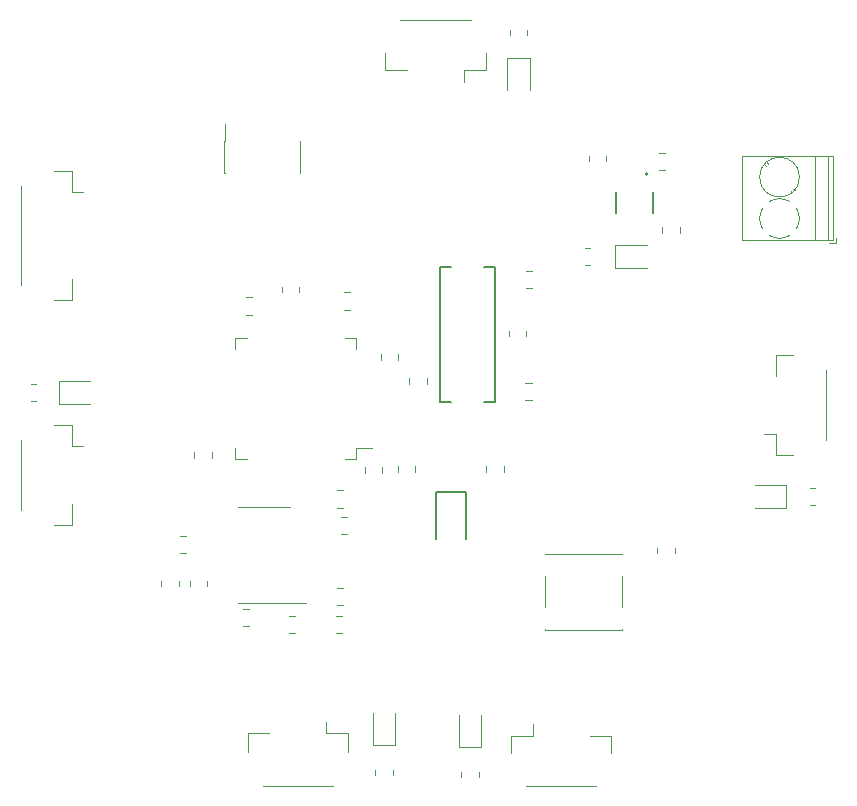
<source format=gbr>
%TF.GenerationSoftware,KiCad,Pcbnew,(5.1.9-0-10_14)*%
%TF.CreationDate,2021-04-28T14:39:26+08:00*%
%TF.ProjectId,TPT_PCB,5450545f-5043-4422-9e6b-696361645f70,rev?*%
%TF.SameCoordinates,Original*%
%TF.FileFunction,Legend,Top*%
%TF.FilePolarity,Positive*%
%FSLAX46Y46*%
G04 Gerber Fmt 4.6, Leading zero omitted, Abs format (unit mm)*
G04 Created by KiCad (PCBNEW (5.1.9-0-10_14)) date 2021-04-28 14:39:26*
%MOMM*%
%LPD*%
G01*
G04 APERTURE LIST*
%ADD10C,0.120000*%
%ADD11C,0.127000*%
%ADD12C,0.200000*%
G04 APERTURE END LIST*
D10*
%TO.C,C6*%
X179311252Y-72265000D02*
X178788748Y-72265000D01*
X179311252Y-73735000D02*
X178788748Y-73735000D01*
%TO.C,C11*%
X140935000Y-98061252D02*
X140935000Y-97538748D01*
X139465000Y-98061252D02*
X139465000Y-97538748D01*
%TO.C,R5*%
X147485436Y-111465000D02*
X147939564Y-111465000D01*
X147485436Y-112935000D02*
X147939564Y-112935000D01*
D11*
%TO.C,Y2*%
X162420000Y-100925000D02*
X162420000Y-104950000D01*
X159880000Y-100925000D02*
X162420000Y-100925000D01*
X159880000Y-104950000D02*
X159880000Y-100925000D01*
%TO.C,Y1*%
X164950000Y-81950000D02*
X164020000Y-81950000D01*
X164950000Y-93350000D02*
X164950000Y-81950000D01*
X164020000Y-93350000D02*
X164950000Y-93350000D01*
X160250000Y-81950000D02*
X161180000Y-81950000D01*
X160250000Y-93350000D02*
X160250000Y-81950000D01*
X161180000Y-93350000D02*
X160250000Y-93350000D01*
D10*
%TO.C,U3*%
X153160000Y-97210000D02*
X154500000Y-97210000D01*
X153160000Y-98160000D02*
X153160000Y-97210000D01*
X152210000Y-98160000D02*
X153160000Y-98160000D01*
X142940000Y-98160000D02*
X142940000Y-97210000D01*
X143890000Y-98160000D02*
X142940000Y-98160000D01*
X153160000Y-87940000D02*
X153160000Y-88890000D01*
X152210000Y-87940000D02*
X153160000Y-87940000D01*
X142940000Y-87940000D02*
X142940000Y-88890000D01*
X143890000Y-87940000D02*
X142940000Y-87940000D01*
D12*
%TO.C,U2*%
X177850000Y-74050000D02*
G75*
G03*
X177850000Y-74050000I-100000J0D01*
G01*
D11*
X175171000Y-75550000D02*
X175171000Y-77350000D01*
X178329000Y-75550000D02*
X178329000Y-77350000D01*
D10*
%TO.C,U1*%
X145350000Y-102265000D02*
X143150000Y-102265000D01*
X145350000Y-102265000D02*
X147550000Y-102265000D01*
X145350000Y-110335000D02*
X143150000Y-110335000D01*
X145350000Y-110335000D02*
X148950000Y-110335000D01*
%TO.C,SW1*%
X175630000Y-106170000D02*
X175630000Y-106200000D01*
X175630000Y-112630000D02*
X175630000Y-112600000D01*
X169170000Y-112630000D02*
X169170000Y-112600000D01*
X169170000Y-106200000D02*
X169170000Y-106170000D01*
X175630000Y-108100000D02*
X175630000Y-110700000D01*
X169170000Y-106170000D02*
X175630000Y-106170000D01*
X169170000Y-108100000D02*
X169170000Y-110700000D01*
X169170000Y-112630000D02*
X175630000Y-112630000D01*
%TO.C,R16*%
X172977064Y-80265000D02*
X172522936Y-80265000D01*
X172977064Y-81735000D02*
X172522936Y-81735000D01*
%TO.C,R15*%
X167635000Y-62289564D02*
X167635000Y-61835436D01*
X166165000Y-62289564D02*
X166165000Y-61835436D01*
%TO.C,R14*%
X154765000Y-124472936D02*
X154765000Y-124927064D01*
X156235000Y-124472936D02*
X156235000Y-124927064D01*
%TO.C,R13*%
X126077064Y-91815000D02*
X125622936Y-91815000D01*
X126077064Y-93285000D02*
X125622936Y-93285000D01*
%TO.C,R12*%
X191585436Y-102085000D02*
X192039564Y-102085000D01*
X191585436Y-100615000D02*
X192039564Y-100615000D01*
%TO.C,R11*%
X162065000Y-124672936D02*
X162065000Y-125127064D01*
X163535000Y-124672936D02*
X163535000Y-125127064D01*
%TO.C,R10*%
X148335000Y-84027064D02*
X148335000Y-83572936D01*
X146865000Y-84027064D02*
X146865000Y-83572936D01*
%TO.C,R9*%
X151885436Y-104535000D02*
X152339564Y-104535000D01*
X151885436Y-103065000D02*
X152339564Y-103065000D01*
%TO.C,R8*%
X167535000Y-87764564D02*
X167535000Y-87310436D01*
X166065000Y-87764564D02*
X166065000Y-87310436D01*
%TO.C,R7*%
X180135000Y-105685436D02*
X180135000Y-106139564D01*
X178665000Y-105685436D02*
X178665000Y-106139564D01*
%TO.C,R6*%
X140535000Y-108460436D02*
X140535000Y-108914564D01*
X139065000Y-108460436D02*
X139065000Y-108914564D01*
%TO.C,R4*%
X151939564Y-112935000D02*
X151485436Y-112935000D01*
X151939564Y-111465000D02*
X151485436Y-111465000D01*
%TO.C,R3*%
X138714564Y-106135000D02*
X138260436Y-106135000D01*
X138714564Y-104665000D02*
X138260436Y-104665000D01*
%TO.C,R2*%
X138135000Y-108460436D02*
X138135000Y-108914564D01*
X136665000Y-108460436D02*
X136665000Y-108914564D01*
%TO.C,R1*%
X152027064Y-110535000D02*
X151572936Y-110535000D01*
X152027064Y-109065000D02*
X151572936Y-109065000D01*
%TO.C,J8*%
X124790000Y-75010000D02*
X124790000Y-83440000D01*
X129060000Y-84710000D02*
X129060000Y-82910000D01*
X127610000Y-84710000D02*
X129060000Y-84710000D01*
X129060000Y-75540000D02*
X130050000Y-75540000D01*
X129060000Y-73740000D02*
X129060000Y-75540000D01*
X127610000Y-73740000D02*
X129060000Y-73740000D01*
%TO.C,J7*%
X193800000Y-79850000D02*
X193800000Y-79450000D01*
X193160000Y-79850000D02*
X193800000Y-79850000D01*
X189941000Y-75445000D02*
X190069000Y-75574000D01*
X187725000Y-73230000D02*
X187819000Y-73324000D01*
X190181000Y-75275000D02*
X190274000Y-75369000D01*
X187931000Y-73025000D02*
X188059000Y-73154000D01*
X185840000Y-72490000D02*
X193560000Y-72490000D01*
X185840000Y-79610000D02*
X193560000Y-79610000D01*
X193560000Y-79610000D02*
X193560000Y-72490000D01*
X185840000Y-79610000D02*
X185840000Y-72490000D01*
X192000000Y-79610000D02*
X192000000Y-72490000D01*
X193100000Y-79610000D02*
X193100000Y-72490000D01*
X190680000Y-74300000D02*
G75*
G03*
X190680000Y-74300000I-1680000J0D01*
G01*
X190680099Y-77771326D02*
G75*
G02*
X190440000Y-78666000I-1680099J-28674D01*
G01*
X189889894Y-79225358D02*
G75*
G02*
X188134000Y-79240000I-889894J1425358D01*
G01*
X187574642Y-78689894D02*
G75*
G02*
X187560000Y-76934000I1425358J889894D01*
G01*
X188109807Y-76374495D02*
G75*
G02*
X189891000Y-76375000I890193J-1425505D01*
G01*
X190424721Y-76909736D02*
G75*
G02*
X190680000Y-77800000I-1424721J-890264D01*
G01*
%TO.C,J6*%
X142025000Y-71270000D02*
X142025000Y-69810000D01*
X148375000Y-73930000D02*
X148435000Y-73930000D01*
X141965000Y-73930000D02*
X142025000Y-73930000D01*
X148435000Y-73930000D02*
X148435000Y-71270000D01*
X148375000Y-71270000D02*
X148435000Y-71270000D01*
X141965000Y-71270000D02*
X142025000Y-71270000D01*
X141965000Y-73930000D02*
X141965000Y-71270000D01*
%TO.C,J5*%
X151165000Y-125810000D02*
X145235000Y-125810000D01*
X143965000Y-121340000D02*
X145765000Y-121340000D01*
X143965000Y-122940000D02*
X143965000Y-121340000D01*
X150635000Y-121340000D02*
X150635000Y-120400000D01*
X152435000Y-121340000D02*
X150635000Y-121340000D01*
X152435000Y-122940000D02*
X152435000Y-121340000D01*
%TO.C,J4*%
X192960000Y-96565000D02*
X192960000Y-90635000D01*
X188690000Y-89365000D02*
X188690000Y-91165000D01*
X190140000Y-89365000D02*
X188690000Y-89365000D01*
X188690000Y-96035000D02*
X187700000Y-96035000D01*
X188690000Y-97835000D02*
X188690000Y-96035000D01*
X190140000Y-97835000D02*
X188690000Y-97835000D01*
%TO.C,J3*%
X162840000Y-60990000D02*
X156910000Y-60990000D01*
X155640000Y-65260000D02*
X157440000Y-65260000D01*
X155640000Y-63810000D02*
X155640000Y-65260000D01*
X162310000Y-65260000D02*
X162310000Y-66250000D01*
X164110000Y-65260000D02*
X162310000Y-65260000D01*
X164110000Y-63810000D02*
X164110000Y-65260000D01*
%TO.C,J2*%
X124790000Y-96560000D02*
X124790000Y-102490000D01*
X129060000Y-103760000D02*
X129060000Y-101960000D01*
X127610000Y-103760000D02*
X129060000Y-103760000D01*
X129060000Y-97090000D02*
X130050000Y-97090000D01*
X129060000Y-95290000D02*
X129060000Y-97090000D01*
X127610000Y-95290000D02*
X129060000Y-95290000D01*
%TO.C,J1*%
X167560000Y-125860000D02*
X173490000Y-125860000D01*
X174760000Y-121590000D02*
X172960000Y-121590000D01*
X174760000Y-123040000D02*
X174760000Y-121590000D01*
X168090000Y-121590000D02*
X168090000Y-120600000D01*
X166290000Y-121590000D02*
X168090000Y-121590000D01*
X166290000Y-123040000D02*
X166290000Y-121590000D01*
%TO.C,D6*%
X175065000Y-81960000D02*
X177750000Y-81960000D01*
X175065000Y-80040000D02*
X175065000Y-81960000D01*
X177750000Y-80040000D02*
X175065000Y-80040000D01*
%TO.C,D5*%
X165940000Y-64215000D02*
X165940000Y-66900000D01*
X167860000Y-64215000D02*
X165940000Y-64215000D01*
X167860000Y-66900000D02*
X167860000Y-64215000D01*
%TO.C,D4*%
X156460000Y-122385000D02*
X156460000Y-119700000D01*
X154540000Y-122385000D02*
X156460000Y-122385000D01*
X154540000Y-119700000D02*
X154540000Y-122385000D01*
%TO.C,D3*%
X127977500Y-93510000D02*
X130662500Y-93510000D01*
X127977500Y-91590000D02*
X127977500Y-93510000D01*
X130662500Y-91590000D02*
X127977500Y-91590000D01*
%TO.C,D2*%
X189585000Y-100390000D02*
X186900000Y-100390000D01*
X189585000Y-102310000D02*
X189585000Y-100390000D01*
X186900000Y-102310000D02*
X189585000Y-102310000D01*
%TO.C,D1*%
X163760000Y-122522500D02*
X163760000Y-119837500D01*
X161840000Y-122522500D02*
X163760000Y-122522500D01*
X161840000Y-119837500D02*
X161840000Y-122522500D01*
%TO.C,C14*%
X153865000Y-98838748D02*
X153865000Y-99361252D01*
X155335000Y-98838748D02*
X155335000Y-99361252D01*
%TO.C,C13*%
X152061252Y-100815000D02*
X151538748Y-100815000D01*
X152061252Y-102285000D02*
X151538748Y-102285000D01*
%TO.C,C12*%
X143838748Y-85935000D02*
X144361252Y-85935000D01*
X143838748Y-84465000D02*
X144361252Y-84465000D01*
%TO.C,C10*%
X155265000Y-89288748D02*
X155265000Y-89811252D01*
X156735000Y-89288748D02*
X156735000Y-89811252D01*
%TO.C,C9*%
X152088748Y-85535000D02*
X152611252Y-85535000D01*
X152088748Y-84065000D02*
X152611252Y-84065000D01*
%TO.C,C8*%
X180535000Y-79011252D02*
X180535000Y-78488748D01*
X179065000Y-79011252D02*
X179065000Y-78488748D01*
%TO.C,C7*%
X159135000Y-91811252D02*
X159135000Y-91288748D01*
X157665000Y-91811252D02*
X157665000Y-91288748D01*
%TO.C,C5*%
X164165000Y-98738748D02*
X164165000Y-99261252D01*
X165635000Y-98738748D02*
X165635000Y-99261252D01*
%TO.C,C4*%
X156665000Y-98738748D02*
X156665000Y-99261252D01*
X158135000Y-98738748D02*
X158135000Y-99261252D01*
%TO.C,C3*%
X167538748Y-83685000D02*
X168061252Y-83685000D01*
X167538748Y-82215000D02*
X168061252Y-82215000D01*
%TO.C,C2*%
X167488748Y-93185000D02*
X168011252Y-93185000D01*
X167488748Y-91715000D02*
X168011252Y-91715000D01*
%TO.C,C1*%
X143538748Y-110865000D02*
X144061252Y-110865000D01*
X143538748Y-112335000D02*
X144061252Y-112335000D01*
%TO.C,R17*%
X172865000Y-72939564D02*
X172865000Y-72485436D01*
X174335000Y-72939564D02*
X174335000Y-72485436D01*
%TD*%
M02*

</source>
